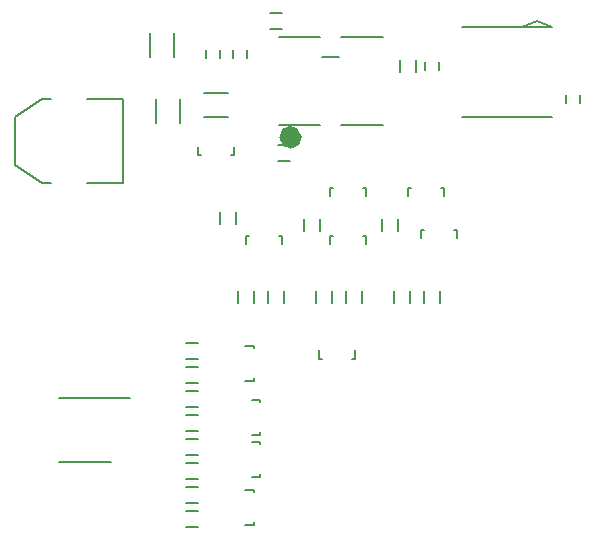
<source format=gbr>
G04 #@! TF.FileFunction,Legend,Bot*
%FSLAX46Y46*%
G04 Gerber Fmt 4.6, Leading zero omitted, Abs format (unit mm)*
G04 Created by KiCad (PCBNEW (2015-03-31 BZR 5561)-product) date Tue 28 Apr 2015 10:13:20 PM CDT*
%MOMM*%
G01*
G04 APERTURE LIST*
%ADD10C,0.100000*%
%ADD11C,0.150000*%
%ADD12C,1.000000*%
G04 APERTURE END LIST*
D10*
D11*
X81026000Y-111252000D02*
X84074000Y-111252000D01*
X84074000Y-111252000D02*
X84074000Y-118364000D01*
X84074000Y-118364000D02*
X81026000Y-118364000D01*
X77978000Y-111252000D02*
X77216000Y-111252000D01*
X77216000Y-111252000D02*
X74930000Y-112776000D01*
X74930000Y-112776000D02*
X74930000Y-116840000D01*
X74930000Y-116840000D02*
X77216000Y-118364000D01*
X77216000Y-118364000D02*
X77978000Y-118364000D01*
X92294000Y-107792000D02*
X92294000Y-107092000D01*
X91094000Y-107092000D02*
X91094000Y-107792000D01*
X94580000Y-107792000D02*
X94580000Y-107092000D01*
X93380000Y-107092000D02*
X93380000Y-107792000D01*
X119126000Y-104648000D02*
X117856000Y-105156000D01*
X120396000Y-105156000D02*
X119126000Y-104648000D01*
X112776000Y-112776000D02*
X120396000Y-112776000D01*
X112776000Y-105156000D02*
X120396000Y-105156000D01*
X109636000Y-108108000D02*
X109636000Y-108808000D01*
X110836000Y-108808000D02*
X110836000Y-108108000D01*
X122774000Y-111602000D02*
X122774000Y-110902000D01*
X121574000Y-110902000D02*
X121574000Y-111602000D01*
X96528000Y-105323000D02*
X97528000Y-105323000D01*
X97528000Y-103973000D02*
X96528000Y-103973000D01*
X97206000Y-116499000D02*
X98206000Y-116499000D01*
X98206000Y-115149000D02*
X97206000Y-115149000D01*
X107529000Y-107958000D02*
X107529000Y-108958000D01*
X108879000Y-108958000D02*
X108879000Y-107958000D01*
D12*
X98699214Y-114468000D02*
G75*
G03X98699214Y-114468000I-447214J0D01*
G01*
D11*
X102352000Y-107668000D02*
X100952000Y-107668000D01*
X102552000Y-113468000D02*
X106052000Y-113468000D01*
X102552000Y-105968000D02*
X106052000Y-105968000D01*
X97252000Y-105968000D02*
X100752000Y-105968000D01*
X97252000Y-113468000D02*
X100752000Y-113468000D01*
X88401000Y-105680000D02*
X88401000Y-107680000D01*
X86351000Y-107680000D02*
X86351000Y-105680000D01*
X88909000Y-111268000D02*
X88909000Y-113268000D01*
X86859000Y-113268000D02*
X86859000Y-111268000D01*
X90924000Y-110735000D02*
X92924000Y-110735000D01*
X92924000Y-112785000D02*
X90924000Y-112785000D01*
X103473160Y-133223000D02*
X103424900Y-133223000D01*
X100674180Y-132521960D02*
X100674180Y-133223000D01*
X100674180Y-133223000D02*
X100923100Y-133223000D01*
X103473160Y-133223000D02*
X103673820Y-133223000D01*
X103673820Y-133223000D02*
X103673820Y-132521960D01*
X95138240Y-132304840D02*
X95138240Y-132353100D01*
X94437200Y-135103820D02*
X95138240Y-135103820D01*
X95138240Y-135103820D02*
X95138240Y-134854900D01*
X95138240Y-132304840D02*
X95138240Y-132104180D01*
X95138240Y-132104180D02*
X94437200Y-132104180D01*
X95664020Y-136876840D02*
X95664020Y-136925100D01*
X94962980Y-139675820D02*
X95664020Y-139675820D01*
X95664020Y-139675820D02*
X95664020Y-139426900D01*
X95664020Y-136876840D02*
X95664020Y-136676180D01*
X95664020Y-136676180D02*
X94962980Y-136676180D01*
X95664020Y-140432840D02*
X95664020Y-140481100D01*
X94962980Y-143231820D02*
X95664020Y-143231820D01*
X95664020Y-143231820D02*
X95664020Y-142982900D01*
X95664020Y-140432840D02*
X95664020Y-140232180D01*
X95664020Y-140232180D02*
X94962980Y-140232180D01*
X95138240Y-144496840D02*
X95138240Y-144545100D01*
X94437200Y-147295820D02*
X95138240Y-147295820D01*
X95138240Y-147295820D02*
X95138240Y-147046900D01*
X95138240Y-144496840D02*
X95138240Y-144296180D01*
X95138240Y-144296180D02*
X94437200Y-144296180D01*
X100417000Y-127516000D02*
X100417000Y-128516000D01*
X101767000Y-128516000D02*
X101767000Y-127516000D01*
X93813000Y-127516000D02*
X93813000Y-128516000D01*
X95163000Y-128516000D02*
X95163000Y-127516000D01*
X104307000Y-128516000D02*
X104307000Y-127516000D01*
X102957000Y-127516000D02*
X102957000Y-128516000D01*
X97703000Y-128516000D02*
X97703000Y-127516000D01*
X96353000Y-127516000D02*
X96353000Y-128516000D01*
X100751000Y-122420000D02*
X100751000Y-121420000D01*
X99401000Y-121420000D02*
X99401000Y-122420000D01*
X93639000Y-121828000D02*
X93639000Y-120828000D01*
X92289000Y-120828000D02*
X92289000Y-121828000D01*
X107021000Y-127516000D02*
X107021000Y-128516000D01*
X108371000Y-128516000D02*
X108371000Y-127516000D01*
X110911000Y-128516000D02*
X110911000Y-127516000D01*
X109561000Y-127516000D02*
X109561000Y-128516000D01*
X107355000Y-122420000D02*
X107355000Y-121420000D01*
X106005000Y-121420000D02*
X106005000Y-122420000D01*
X89416000Y-133263000D02*
X90416000Y-133263000D01*
X90416000Y-131913000D02*
X89416000Y-131913000D01*
X89416000Y-135295000D02*
X90416000Y-135295000D01*
X90416000Y-133945000D02*
X89416000Y-133945000D01*
X89416000Y-137327000D02*
X90416000Y-137327000D01*
X90416000Y-135977000D02*
X89416000Y-135977000D01*
X89416000Y-139359000D02*
X90416000Y-139359000D01*
X90416000Y-138009000D02*
X89416000Y-138009000D01*
X89416000Y-141391000D02*
X90416000Y-141391000D01*
X90416000Y-140041000D02*
X89416000Y-140041000D01*
X89416000Y-143423000D02*
X90416000Y-143423000D01*
X90416000Y-142073000D02*
X89416000Y-142073000D01*
X89416000Y-145455000D02*
X90416000Y-145455000D01*
X90416000Y-144105000D02*
X89416000Y-144105000D01*
X89416000Y-147487000D02*
X90416000Y-147487000D01*
X90416000Y-146137000D02*
X89416000Y-146137000D01*
X83070000Y-141958000D02*
X78670000Y-141958000D01*
X84645000Y-136508000D02*
X78670000Y-136508000D01*
X101824840Y-122793760D02*
X101873100Y-122793760D01*
X104623820Y-123494800D02*
X104623820Y-122793760D01*
X104623820Y-122793760D02*
X104374900Y-122793760D01*
X101824840Y-122793760D02*
X101624180Y-122793760D01*
X101624180Y-122793760D02*
X101624180Y-123494800D01*
X94712840Y-122793760D02*
X94761100Y-122793760D01*
X97511820Y-123494800D02*
X97511820Y-122793760D01*
X97511820Y-122793760D02*
X97262900Y-122793760D01*
X94712840Y-122793760D02*
X94512180Y-122793760D01*
X94512180Y-122793760D02*
X94512180Y-123494800D01*
X101824840Y-118729760D02*
X101873100Y-118729760D01*
X104623820Y-119430800D02*
X104623820Y-118729760D01*
X104623820Y-118729760D02*
X104374900Y-118729760D01*
X101824840Y-118729760D02*
X101624180Y-118729760D01*
X101624180Y-118729760D02*
X101624180Y-119430800D01*
X109510840Y-122301000D02*
X109559100Y-122301000D01*
X112309820Y-123002040D02*
X112309820Y-122301000D01*
X112309820Y-122301000D02*
X112060900Y-122301000D01*
X109510840Y-122301000D02*
X109310180Y-122301000D01*
X109310180Y-122301000D02*
X109310180Y-123002040D01*
X108428840Y-118729760D02*
X108477100Y-118729760D01*
X111227820Y-119430800D02*
X111227820Y-118729760D01*
X111227820Y-118729760D02*
X110978900Y-118729760D01*
X108428840Y-118729760D02*
X108228180Y-118729760D01*
X108228180Y-118729760D02*
X108228180Y-119430800D01*
X93247160Y-115966240D02*
X93198900Y-115966240D01*
X90448180Y-115265200D02*
X90448180Y-115966240D01*
X90448180Y-115966240D02*
X90697100Y-115966240D01*
X93247160Y-115966240D02*
X93447820Y-115966240D01*
X93447820Y-115966240D02*
X93447820Y-115265200D01*
M02*

</source>
